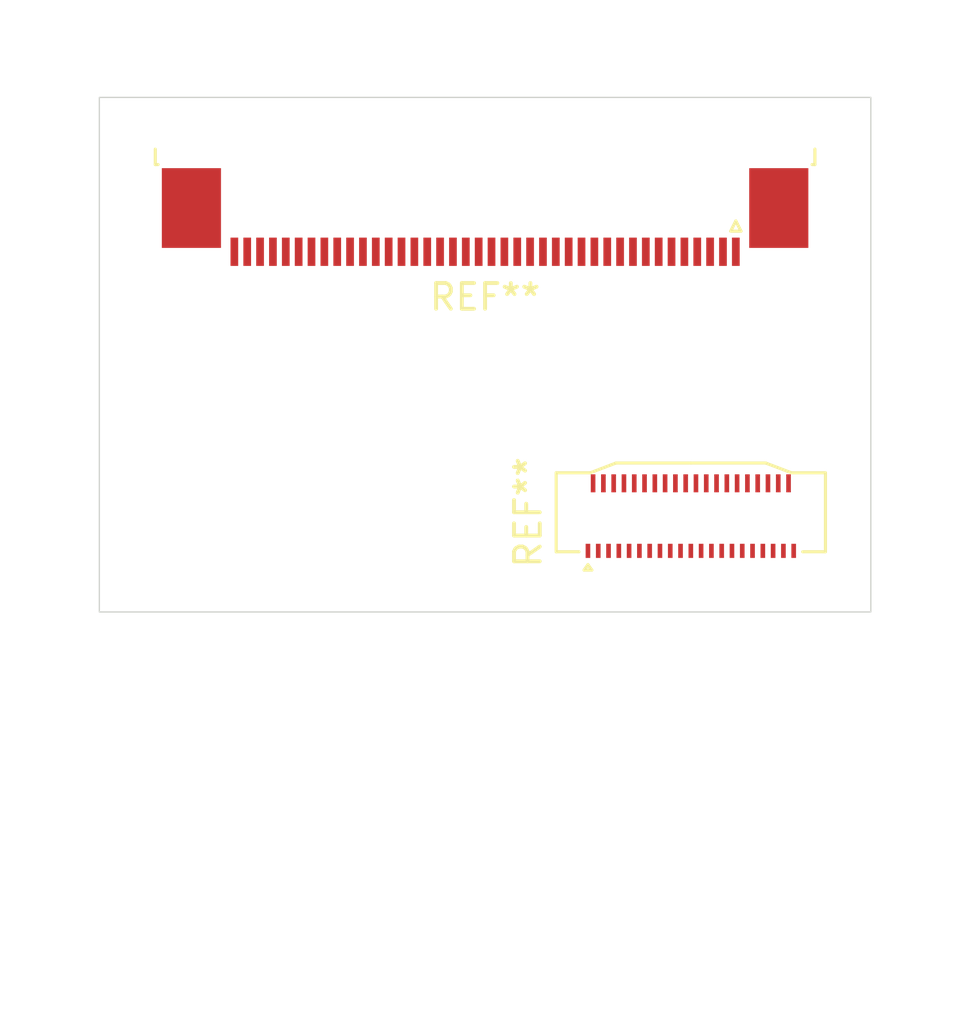
<source format=kicad_pcb>
(kicad_pcb (version 20241229) (generator "pcbnew") (generator_version "9.0")
  (layers (0 "F.Cu" signal) (2 "B.Cu" signal) (13 "F.Paste" user) (15 "B.Paste" user) (5 "F.SilkS" user "F.Silkscreen") (7 "B.SilkS" user "B.Silkscreen") (1 "F.Mask" user) (3 "B.Mask" user) (25 "Edge.Cuts" user))
  (net 0 "")
  (footprint "Connector_FFC-FPC:JAE_FF0841SA1_2Rows-41Pins_P0.40mm_Horizontal" (layer "F.Cu") (at 129 124.275 90)
    (property "Reference" "REF**" (at 0.15 -6.33 90) (layer "F.SilkS"))
    (property "Value" "JAE_FF0841SA1_2Rows-41Pins_P0.40mm_Horizontal")
    (fp_line (start 1.685 -5.235) (end 1.685 -3.91) (stroke (width 0.12)) (layer "F.SilkS"))
    (fp_line (start -1.385 -5.235) (end 1.685 -5.235) (stroke (width 0.12)) (layer "F.SilkS"))
    (fp_line (start -1.385 -4.35) (end -1.385 -5.235) (stroke (width 0.12)) (layer "F.SilkS"))
    (fp_line (start -2.097132 -4.15) (end -1.885 -4) (stroke (width 0.12)) (layer "F.SilkS"))
    (fp_line (start -1.885 -4) (end -2.097132 -3.85) (stroke (width 0.12)) (layer "F.SilkS"))
    (fp_line (start 1.685 -3.91) (end 2.065 -2.91) (stroke (width 0.12)) (layer "F.SilkS"))
    (fp_line (start -2.097132 -3.85) (end -2.097132 -4.15) (stroke (width 0.12)) (layer "F.SilkS"))
    (fp_line (start 2.065 -2.91) (end 2.065 0) (stroke (width 0.12)) (layer "F.SilkS"))
    (fp_line (start 2.065 2.91) (end 2.065 0) (stroke (width 0.12)) (layer "F.SilkS"))
    (fp_line (start 1.685 3.91) (end 2.065 2.91) (stroke (width 0.12)) (layer "F.SilkS"))
    (fp_line (start -1.385 4.35) (end -1.385 5.235) (stroke (width 0.12)) (layer "F.SilkS"))
    (fp_line (start 1.685 5.235) (end 1.685 3.91) (stroke (width 0.12)) (layer "F.SilkS"))
    (fp_line (start -1.385 5.235) (end 1.685 5.235) (stroke (width 0.12)) (layer "F.SilkS"))
    (pad "1" smd rect (at -1.35 -4 90) (size 0.55 0.18) (layers "F.Cu" "F.Mask" "F.Paste"))
    (pad "2" smd rect (at 1.275 -3.8 90) (size 0.7 0.18) (layers "F.Cu" "F.Mask" "F.Paste"))
    (pad "3" smd rect (at -1.35 -3.6 90) (size 0.55 0.18) (layers "F.Cu" "F.Mask" "F.Paste"))
    (pad "4" smd rect (at 1.275 -3.4 90) (size 0.7 0.18) (layers "F.Cu" "F.Mask" "F.Paste"))
    (pad "5" smd rect (at -1.35 -3.2 90) (size 0.55 0.18) (layers "F.Cu" "F.Mask" "F.Paste"))
    (pad "6" smd rect (at 1.275 -3 90) (size 0.7 0.18) (layers "F.Cu" "F.Mask" "F.Paste"))
    (pad "7" smd rect (at -1.35 -2.8 90) (size 0.55 0.18) (layers "F.Cu" "F.Mask" "F.Paste"))
    (pad "8" smd rect (at 1.275 -2.6 90) (size 0.7 0.18) (layers "F.Cu" "F.Mask" "F.Paste"))
    (pad "9" smd rect (at -1.35 -2.4 90) (size 0.55 0.18) (layers "F.Cu" "F.Mask" "F.Paste"))
    (pad "10" smd rect (at 1.275 -2.2 90) (size 0.7 0.18) (layers "F.Cu" "F.Mask" "F.Paste"))
    (pad "11" smd rect (at -1.35 -2 90) (size 0.55 0.18) (layers "F.Cu" "F.Mask" "F.Paste"))
    (pad "12" smd rect (at 1.275 -1.8 90) (size 0.7 0.18) (layers "F.Cu" "F.Mask" "F.Paste"))
    (pad "13" smd rect (at -1.35 -1.6 90) (size 0.55 0.18) (layers "F.Cu" "F.Mask" "F.Paste"))
    (pad "14" smd rect (at 1.275 -1.4 90) (size 0.7 0.18) (layers "F.Cu" "F.Mask" "F.Paste"))
    (pad "15" smd rect (at -1.35 -1.2 90) (size 0.55 0.18) (layers "F.Cu" "F.Mask" "F.Paste"))
    (pad "16" smd rect (at 1.275 -1 90) (size 0.7 0.18) (layers "F.Cu" "F.Mask" "F.Paste"))
    (pad "17" smd rect (at -1.35 -0.8 90) (size 0.55 0.18) (layers "F.Cu" "F.Mask" "F.Paste"))
    (pad "18" smd rect (at 1.275 -0.6 90) (size 0.7 0.18) (layers "F.Cu" "F.Mask" "F.Paste"))
    (pad "19" smd rect (at -1.35 -0.4 90) (size 0.55 0.18) (layers "F.Cu" "F.Mask" "F.Paste"))
    (pad "20" smd rect (at 1.275 -0.2 90) (size 0.7 0.18) (layers "F.Cu" "F.Mask" "F.Paste"))
    (pad "21" smd rect (at -1.35 0 90) (size 0.55 0.18) (layers "F.Cu" "F.Mask" "F.Paste"))
    (pad "22" smd rect (at 1.275 0.2 90) (size 0.7 0.18) (layers "F.Cu" "F.Mask" "F.Paste"))
    (pad "23" smd rect (at -1.35 0.4 90) (size 0.55 0.18) (layers "F.Cu" "F.Mask" "F.Paste"))
    (pad "24" smd rect (at 1.275 0.6 90) (size 0.7 0.18) (layers "F.Cu" "F.Mask" "F.Paste"))
    (pad "25" smd rect (at -1.35 0.8 90) (size 0.55 0.18) (layers "F.Cu" "F.Mask" "F.Paste"))
    (pad "26" smd rect (at 1.275 1 90) (size 0.7 0.18) (layers "F.Cu" "F.Mask" "F.Paste"))
    (pad "27" smd rect (at -1.35 1.2 90) (size 0.55 0.18) (layers "F.Cu" "F.Mask" "F.Paste"))
    (pad "28" smd rect (at 1.275 1.4 90) (size 0.7 0.18) (layers "F.Cu" "F.Mask" "F.Paste"))
    (pad "29" smd rect (at -1.35 1.6 90) (size 0.55 0.18) (layers "F.Cu" "F.Mask" "F.Paste"))
    (pad "30" smd rect (at 1.275 1.8 90) (size 0.7 0.18) (layers "F.Cu" "F.Mask" "F.Paste"))
    (pad "31" smd rect (at -1.35 2 90) (size 0.55 0.18) (layers "F.Cu" "F.Mask" "F.Paste"))
    (pad "32" smd rect (at 1.275 2.2 90) (size 0.7 0.18) (layers "F.Cu" "F.Mask" "F.Paste"))
    (pad "33" smd rect (at -1.35 2.4 90) (size 0.55 0.18) (layers "F.Cu" "F.Mask" "F.Paste"))
    (pad "34" smd rect (at 1.275 2.6 90) (size 0.7 0.18) (layers "F.Cu" "F.Mask" "F.Paste"))
    (pad "35" smd rect (at -1.35 2.8 90) (size 0.55 0.18) (layers "F.Cu" "F.Mask" "F.Paste"))
    (pad "36" smd rect (at 1.275 3 90) (size 0.7 0.18) (layers "F.Cu" "F.Mask" "F.Paste"))
    (pad "37" smd rect (at -1.35 3.2 90) (size 0.55 0.18) (layers "F.Cu" "F.Mask" "F.Paste"))
    (pad "38" smd rect (at 1.275 3.4 90) (size 0.7 0.18) (layers "F.Cu" "F.Mask" "F.Paste"))
    (pad "39" smd rect (at -1.35 3.6 90) (size 0.55 0.18) (layers "F.Cu" "F.Mask" "F.Paste"))
    (pad "40" smd rect (at 1.275 3.8 90) (size 0.7 0.18) (layers "F.Cu" "F.Mask" "F.Paste"))
    (pad "41" smd rect (at -1.35 4 90) (size 0.55 0.18) (layers "F.Cu" "F.Mask" "F.Paste"))
  )
  (footprint "Connector_FFC-FPC:TE_4-1734839-0_1x40-1MP_P0.5mm_Horizontal" (layer "F.Cu") (at 121 112.65 180)
    (property "Reference" "REF**" (at 0 -3.11 0) (layer "F.SilkS"))
    (property "Value" "TE_4-1734839-0_1x40-1MP_P0.5mm_Horizontal")
    (fp_line (start 12.825 2.04) (end 12.825 2.64) (stroke (width 0.12)) (layer "F.SilkS"))
    (fp_line (start 12.715 2.04) (end 12.825 2.04) (stroke (width 0.12)) (layer "F.SilkS"))
    (fp_line (start -9.55 -0.55) (end -9.95 -0.55) (stroke (width 0.12)) (layer "F.SilkS"))
    (fp_line (start -9.75 -0.15) (end -9.55 -0.55) (stroke (width 0.12)) (layer "F.SilkS"))
    (fp_line (start -9.95 -0.55) (end -9.75 -0.15) (stroke (width 0.12)) (layer "F.SilkS"))
    (fp_line (start -12.715 2.04) (end -12.825 2.04) (stroke (width 0.12)) (layer "F.SilkS"))
    (fp_line (start -12.825 2.04) (end -12.825 2.64) (stroke (width 0.12)) (layer "F.SilkS"))
    (pad "1" smd rect (at -9.75 -1.35 180) (size 0.3 1.1) (layers "F.Cu" "F.Mask" "F.Paste"))
    (pad "2" smd rect (at -9.25 -1.35 180) (size 0.3 1.1) (layers "F.Cu" "F.Mask" "F.Paste"))
    (pad "3" smd rect (at -8.75 -1.35 180) (size 0.3 1.1) (layers "F.Cu" "F.Mask" "F.Paste"))
    (pad "4" smd rect (at -8.25 -1.35 180) (size 0.3 1.1) (layers "F.Cu" "F.Mask" "F.Paste"))
    (pad "5" smd rect (at -7.75 -1.35 180) (size 0.3 1.1) (layers "F.Cu" "F.Mask" "F.Paste"))
    (pad "6" smd rect (at -7.25 -1.35 180) (size 0.3 1.1) (layers "F.Cu" "F.Mask" "F.Paste"))
    (pad "7" smd rect (at -6.75 -1.35 180) (size 0.3 1.1) (layers "F.Cu" "F.Mask" "F.Paste"))
    (pad "8" smd rect (at -6.25 -1.35 180) (size 0.3 1.1) (layers "F.Cu" "F.Mask" "F.Paste"))
    (pad "9" smd rect (at -5.75 -1.35 180) (size 0.3 1.1) (layers "F.Cu" "F.Mask" "F.Paste"))
    (pad "10" smd rect (at -5.25 -1.35 180) (size 0.3 1.1) (layers "F.Cu" "F.Mask" "F.Paste"))
    (pad "11" smd rect (at -4.75 -1.35 180) (size 0.3 1.1) (layers "F.Cu" "F.Mask" "F.Paste"))
    (pad "12" smd rect (at -4.25 -1.35 180) (size 0.3 1.1) (layers "F.Cu" "F.Mask" "F.Paste"))
    (pad "13" smd rect (at -3.75 -1.35 180) (size 0.3 1.1) (layers "F.Cu" "F.Mask" "F.Paste"))
    (pad "14" smd rect (at -3.25 -1.35 180) (size 0.3 1.1) (layers "F.Cu" "F.Mask" "F.Paste"))
    (pad "15" smd rect (at -2.75 -1.35 180) (size 0.3 1.1) (layers "F.Cu" "F.Mask" "F.Paste"))
    (pad "16" smd rect (at -2.25 -1.35 180) (size 0.3 1.1) (layers "F.Cu" "F.Mask" "F.Paste"))
    (pad "17" smd rect (at -1.75 -1.35 180) (size 0.3 1.1) (layers "F.Cu" "F.Mask" "F.Paste"))
    (pad "18" smd rect (at -1.25 -1.35 180) (size 0.3 1.1) (layers "F.Cu" "F.Mask" "F.Paste"))
    (pad "19" smd rect (at -0.75 -1.35 180) (size 0.3 1.1) (layers "F.Cu" "F.Mask" "F.Paste"))
    (pad "20" smd rect (at -0.25 -1.35 180) (size 0.3 1.1) (layers "F.Cu" "F.Mask" "F.Paste"))
    (pad "21" smd rect (at 0.25 -1.35 180) (size 0.3 1.1) (layers "F.Cu" "F.Mask" "F.Paste"))
    (pad "22" smd rect (at 0.75 -1.35 180) (size 0.3 1.1) (layers "F.Cu" "F.Mask" "F.Paste"))
    (pad "23" smd rect (at 1.25 -1.35 180) (size 0.3 1.1) (layers "F.Cu" "F.Mask" "F.Paste"))
    (pad "24" smd rect (at 1.75 -1.35 180) (size 0.3 1.1) (layers "F.Cu" "F.Mask" "F.Paste"))
    (pad "25" smd rect (at 2.25 -1.35 180) (size 0.3 1.1) (layers "F.Cu" "F.Mask" "F.Paste"))
    (pad "26" smd rect (at 2.75 -1.35 180) (size 0.3 1.1) (layers "F.Cu" "F.Mask" "F.Paste"))
    (pad "27" smd rect (at 3.25 -1.35 180) (size 0.3 1.1) (layers "F.Cu" "F.Mask" "F.Paste"))
    (pad "28" smd rect (at 3.75 -1.35 180) (size 0.3 1.1) (layers "F.Cu" "F.Mask" "F.Paste"))
    (pad "29" smd rect (at 4.25 -1.35 180) (size 0.3 1.1) (layers "F.Cu" "F.Mask" "F.Paste"))
    (pad "30" smd rect (at 4.75 -1.35 180) (size 0.3 1.1) (layers "F.Cu" "F.Mask" "F.Paste"))
    (pad "31" smd rect (at 5.25 -1.35 180) (size 0.3 1.1) (layers "F.Cu" "F.Mask" "F.Paste"))
    (pad "32" smd rect (at 5.75 -1.35 180) (size 0.3 1.1) (layers "F.Cu" "F.Mask" "F.Paste"))
    (pad "33" smd rect (at 6.25 -1.35 180) (size 0.3 1.1) (layers "F.Cu" "F.Mask" "F.Paste"))
    (pad "34" smd rect (at 6.75 -1.35 180) (size 0.3 1.1) (layers "F.Cu" "F.Mask" "F.Paste"))
    (pad "35" smd rect (at 7.25 -1.35 180) (size 0.3 1.1) (layers "F.Cu" "F.Mask" "F.Paste"))
    (pad "36" smd rect (at 7.75 -1.35 180) (size 0.3 1.1) (layers "F.Cu" "F.Mask" "F.Paste"))
    (pad "37" smd rect (at 8.25 -1.35 180) (size 0.3 1.1) (layers "F.Cu" "F.Mask" "F.Paste"))
    (pad "38" smd rect (at 8.75 -1.35 180) (size 0.3 1.1) (layers "F.Cu" "F.Mask" "F.Paste"))
    (pad "39" smd rect (at 9.25 -1.35 180) (size 0.3 1.1) (layers "F.Cu" "F.Mask" "F.Paste"))
    (pad "40" smd rect (at 9.75 -1.35 180) (size 0.3 1.1) (layers "F.Cu" "F.Mask" "F.Paste"))
    (pad "MP" smd rect (at -11.42 0.35 180) (size 2.3 3.1) (layers "F.Cu" "F.Mask" "F.Paste"))
    (pad "MP" smd rect (at 11.42 0.35 180) (size 2.3 3.1) (layers "F.Cu" "F.Mask" "F.Paste"))
  )
  (gr_rect (start 106 108) (end 136 128) (stroke (width 0.05)) (fill no) (layer "Edge.Cuts"))
)
</source>
